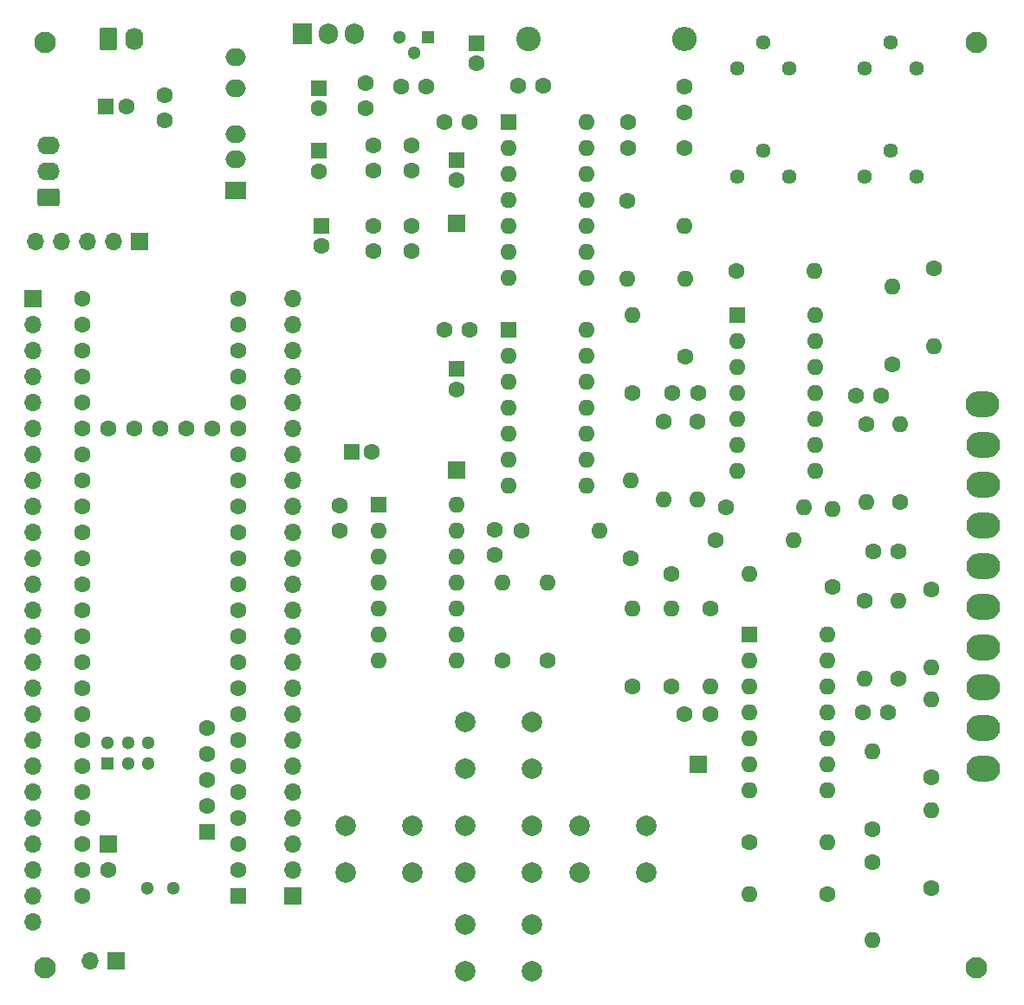
<source format=gbr>
%TF.GenerationSoftware,KiCad,Pcbnew,(6.0.1)*%
%TF.CreationDate,2022-08-30T11:37:44+02:00*%
%TF.ProjectId,vstcm V3_0FC,76737463-6d20-4563-935f-3046432e6b69,rev?*%
%TF.SameCoordinates,Original*%
%TF.FileFunction,Soldermask,Bot*%
%TF.FilePolarity,Negative*%
%FSLAX46Y46*%
G04 Gerber Fmt 4.6, Leading zero omitted, Abs format (unit mm)*
G04 Created by KiCad (PCBNEW (6.0.1)) date 2022-08-30 11:37:44*
%MOMM*%
%LPD*%
G01*
G04 APERTURE LIST*
G04 Aperture macros list*
%AMRoundRect*
0 Rectangle with rounded corners*
0 $1 Rounding radius*
0 $2 $3 $4 $5 $6 $7 $8 $9 X,Y pos of 4 corners*
0 Add a 4 corners polygon primitive as box body*
4,1,4,$2,$3,$4,$5,$6,$7,$8,$9,$2,$3,0*
0 Add four circle primitives for the rounded corners*
1,1,$1+$1,$2,$3*
1,1,$1+$1,$4,$5*
1,1,$1+$1,$6,$7*
1,1,$1+$1,$8,$9*
0 Add four rect primitives between the rounded corners*
20,1,$1+$1,$2,$3,$4,$5,0*
20,1,$1+$1,$4,$5,$6,$7,0*
20,1,$1+$1,$6,$7,$8,$9,0*
20,1,$1+$1,$8,$9,$2,$3,0*%
G04 Aperture macros list end*
%ADD10O,3.302000X2.540000*%
%ADD11R,1.600000X1.600000*%
%ADD12O,1.600000X1.600000*%
%ADD13R,1.905000X2.000000*%
%ADD14O,1.905000X2.000000*%
%ADD15C,1.600000*%
%ADD16C,2.000000*%
%ADD17C,1.440000*%
%ADD18C,2.100000*%
%ADD19R,1.700000X1.700000*%
%ADD20RoundRect,0.250000X0.845000X-0.620000X0.845000X0.620000X-0.845000X0.620000X-0.845000X-0.620000X0*%
%ADD21O,2.190000X1.740000*%
%ADD22O,1.700000X1.700000*%
%ADD23RoundRect,0.250000X-0.620000X-0.845000X0.620000X-0.845000X0.620000X0.845000X-0.620000X0.845000X0*%
%ADD24O,1.740000X2.190000*%
%ADD25R,1.300000X1.300000*%
%ADD26C,1.300000*%
%ADD27C,2.400000*%
%ADD28O,2.400000X2.400000*%
%ADD29O,2.000000X1.700000*%
%ADD30R,2.000000X1.700000*%
G04 APERTURE END LIST*
D10*
%TO.C,BL_GND1*%
X127635012Y-158496008D03*
%TD*%
D11*
%TO.C,IC4*%
X81280000Y-95250000D03*
D12*
X81280000Y-97790000D03*
X81280000Y-100330000D03*
X81280000Y-102870000D03*
X81280000Y-105410000D03*
X81280000Y-107950000D03*
X81280000Y-110490000D03*
X88900000Y-110490000D03*
X88900000Y-107950000D03*
X88900000Y-105410000D03*
X88900000Y-102870000D03*
X88900000Y-100330000D03*
X88900000Y-97790000D03*
X88900000Y-95250000D03*
%TD*%
D13*
%TO.C,U5*%
X61087000Y-86614000D03*
D14*
X63627000Y-86614000D03*
X66167000Y-86614000D03*
%TD*%
D15*
%TO.C,R15*%
X104775000Y-165735000D03*
D12*
X112395000Y-165735000D03*
%TD*%
D16*
%TO.C,SW2*%
X83514000Y-173772000D03*
X77014000Y-173772000D03*
X77014000Y-178272000D03*
X83514000Y-178272000D03*
%TD*%
D15*
%TO.C,R21*%
X122555000Y-170180000D03*
D12*
X122555000Y-162560000D03*
%TD*%
D17*
%TO.C,RV1*%
X121158000Y-100584000D03*
X118618000Y-98044000D03*
X116078000Y-100584000D03*
%TD*%
D15*
%TO.C,R4*%
X101473000Y-136144000D03*
D12*
X109093000Y-136144000D03*
%TD*%
D11*
%TO.C,C18*%
X65913000Y-127508000D03*
D15*
X67913000Y-127508000D03*
%TD*%
%TO.C,C22*%
X115189000Y-122047000D03*
X117689000Y-122047000D03*
%TD*%
%TO.C,R17*%
X122809000Y-109601000D03*
D12*
X122809000Y-117221000D03*
%TD*%
D15*
%TO.C,C12*%
X68021200Y-97525200D03*
X68021200Y-100025200D03*
%TD*%
%TO.C,R24*%
X85090000Y-147955000D03*
D12*
X85090000Y-140335000D03*
%TD*%
D16*
%TO.C,SW4*%
X94690000Y-164120000D03*
X88190000Y-164120000D03*
X94690000Y-168620000D03*
X88190000Y-168620000D03*
%TD*%
D15*
%TO.C,R11*%
X118745000Y-118999000D03*
D12*
X118745000Y-111379000D03*
%TD*%
D16*
%TO.C,SW5*%
X77014000Y-153960000D03*
X83514000Y-153960000D03*
X83514000Y-158460000D03*
X77014000Y-158460000D03*
%TD*%
D15*
%TO.C,R23*%
X93218000Y-137922000D03*
D12*
X93218000Y-130302000D03*
%TD*%
D15*
%TO.C,C2*%
X79883000Y-137628000D03*
X79883000Y-135128000D03*
%TD*%
D11*
%TO.C,IC3*%
X68580000Y-132715000D03*
D12*
X68580000Y-135255000D03*
X68580000Y-137795000D03*
X68580000Y-140335000D03*
X68580000Y-142875000D03*
X68580000Y-145415000D03*
X68580000Y-147955000D03*
X76200000Y-147955000D03*
X76200000Y-145415000D03*
X76200000Y-142875000D03*
X76200000Y-140335000D03*
X76200000Y-137795000D03*
X76200000Y-135255000D03*
X76200000Y-132715000D03*
%TD*%
D18*
%TO.C,REF03*%
X36000000Y-178000000D03*
%TD*%
D11*
%TO.C,C4*%
X41910000Y-93726000D03*
D15*
X43910000Y-93726000D03*
%TD*%
%TO.C,R8*%
X99695000Y-124587000D03*
D12*
X99695000Y-132207000D03*
%TD*%
D19*
%TO.C,TP1*%
X42164000Y-165862000D03*
%TD*%
D11*
%TO.C,C20*%
X62738000Y-91917200D03*
D15*
X62738000Y-93917200D03*
%TD*%
D20*
%TO.C,J7*%
X36342000Y-102616000D03*
D21*
X36342000Y-100076000D03*
X36342000Y-97536000D03*
%TD*%
D11*
%TO.C,IC1*%
X104775000Y-145415000D03*
D12*
X104775000Y-147955000D03*
X104775000Y-150495000D03*
X104775000Y-153035000D03*
X104775000Y-155575000D03*
X104775000Y-158115000D03*
X104775000Y-160655000D03*
X112395000Y-160655000D03*
X112395000Y-158115000D03*
X112395000Y-155575000D03*
X112395000Y-153035000D03*
X112395000Y-150495000D03*
X112395000Y-147955000D03*
X112395000Y-145415000D03*
%TD*%
D15*
%TO.C,R20*%
X122555000Y-140970000D03*
D12*
X122555000Y-148590000D03*
%TD*%
D10*
%TO.C,Y_GND1*%
X127635012Y-134721609D03*
%TD*%
D15*
%TO.C,C27*%
X82169000Y-91694000D03*
X84669000Y-91694000D03*
%TD*%
%TO.C,C7*%
X64770000Y-132735000D03*
X64770000Y-135235000D03*
%TD*%
D19*
%TO.C,J1*%
X60198000Y-170942000D03*
D22*
X60198000Y-168402000D03*
X60198000Y-165862000D03*
X60198000Y-163322000D03*
X60198000Y-160782000D03*
X60198000Y-158242000D03*
X60198000Y-155702000D03*
X60198000Y-153162000D03*
X60198000Y-150622000D03*
X60198000Y-148082000D03*
X60198000Y-145542000D03*
X60198000Y-143002000D03*
X60198000Y-140462000D03*
X60198000Y-137922000D03*
X60198000Y-135382000D03*
X60198000Y-132842000D03*
X60198000Y-130302000D03*
X60198000Y-127762000D03*
X60198000Y-125222000D03*
X60198000Y-122682000D03*
X60198000Y-120142000D03*
X60198000Y-117602000D03*
X60198000Y-115062000D03*
X60198000Y-112522000D03*
%TD*%
D19*
%TO.C,J9*%
X42931000Y-177292000D03*
D22*
X40391000Y-177292000D03*
%TD*%
D15*
%TO.C,C24*%
X115864000Y-153035000D03*
X118364000Y-153035000D03*
%TD*%
D10*
%TO.C,RE_SIG1*%
X127635012Y-138684009D03*
%TD*%
D15*
%TO.C,R1*%
X102489000Y-132969000D03*
D12*
X110109000Y-132969000D03*
%TD*%
D11*
%TO.C,C5*%
X78105000Y-87535000D03*
D15*
X78105000Y-89535000D03*
%TD*%
%TO.C,C3*%
X47625000Y-92623000D03*
X47625000Y-95123000D03*
%TD*%
D23*
%TO.C,J6*%
X42164000Y-87122000D03*
D24*
X44704000Y-87122000D03*
%TD*%
D15*
%TO.C,R27*%
X119380000Y-149733000D03*
D12*
X119380000Y-142113000D03*
%TD*%
D15*
%TO.C,R19*%
X122555000Y-159385000D03*
D12*
X122555000Y-151765000D03*
%TD*%
D15*
%TO.C,R29*%
X112395000Y-170815000D03*
D12*
X104775000Y-170815000D03*
%TD*%
D10*
%TO.C,RE_GND1*%
X127635012Y-142646408D03*
%TD*%
D15*
%TO.C,R7*%
X112903000Y-140716000D03*
D12*
X112903000Y-133096000D03*
%TD*%
D25*
%TO.C,U3*%
X73406000Y-86995000D03*
D26*
X72009000Y-88519000D03*
X70612000Y-86995000D03*
%TD*%
D15*
%TO.C,R22*%
X97155000Y-150495000D03*
D12*
X97155000Y-142875000D03*
%TD*%
D19*
%TO.C,TP3*%
X76200000Y-105156000D03*
%TD*%
D18*
%TO.C,REF02*%
X127000000Y-87500000D03*
%TD*%
D15*
%TO.C,R31*%
X116078000Y-142113000D03*
D12*
X116078000Y-149733000D03*
%TD*%
D15*
%TO.C,R5*%
X98552000Y-118237000D03*
D12*
X98552000Y-110617000D03*
%TD*%
D15*
%TO.C,C1*%
X70739000Y-91821000D03*
X73239000Y-91821000D03*
%TD*%
%TO.C,R25*%
X116205000Y-124841000D03*
D12*
X116205000Y-132461000D03*
%TD*%
D15*
%TO.C,R14*%
X80645000Y-147955000D03*
D12*
X80645000Y-140335000D03*
%TD*%
D15*
%TO.C,R3*%
X119507000Y-132461000D03*
D12*
X119507000Y-124841000D03*
%TD*%
D17*
%TO.C,RV4*%
X108712000Y-90043000D03*
X106172000Y-87503000D03*
X103632000Y-90043000D03*
%TD*%
D11*
%TO.C,C10*%
X62687200Y-98074088D03*
D15*
X62687200Y-100074088D03*
%TD*%
%TO.C,C17*%
X77470000Y-95250000D03*
X74970000Y-95250000D03*
%TD*%
D10*
%TO.C,Y_SIG1*%
X127635012Y-130759208D03*
%TD*%
D19*
%TO.C,J8*%
X76200000Y-129286000D03*
%TD*%
D15*
%TO.C,C23*%
X100965000Y-153162000D03*
X98465000Y-153162000D03*
%TD*%
%TO.C,R13*%
X93345000Y-121793000D03*
D12*
X93345000Y-114173000D03*
%TD*%
D15*
%TO.C,R16*%
X116840000Y-164465000D03*
D12*
X116840000Y-156845000D03*
%TD*%
D11*
%TO.C,IC6*%
X103632000Y-114173000D03*
D12*
X103632000Y-116713000D03*
X103632000Y-119253000D03*
X103632000Y-121793000D03*
X103632000Y-124333000D03*
X103632000Y-126873000D03*
X103632000Y-129413000D03*
X111252000Y-129413000D03*
X111252000Y-126873000D03*
X111252000Y-124333000D03*
X111252000Y-121793000D03*
X111252000Y-119253000D03*
X111252000Y-116713000D03*
X111252000Y-114173000D03*
%TD*%
D16*
%TO.C,SW1*%
X71830000Y-164120000D03*
X65330000Y-164120000D03*
X65330000Y-168620000D03*
X71830000Y-168620000D03*
%TD*%
D10*
%TO.C,BL_SIG1*%
X127635000Y-154533609D03*
%TD*%
D15*
%TO.C,R26*%
X96393000Y-124587000D03*
D12*
X96393000Y-132207000D03*
%TD*%
D10*
%TO.C,GR_SIG1*%
X127635000Y-146608809D03*
%TD*%
D11*
%TO.C,IC5*%
X81280000Y-115570000D03*
D12*
X81280000Y-118110000D03*
X81280000Y-120650000D03*
X81280000Y-123190000D03*
X81280000Y-125730000D03*
X81280000Y-128270000D03*
X81280000Y-130810000D03*
X88900000Y-130810000D03*
X88900000Y-128270000D03*
X88900000Y-125730000D03*
X88900000Y-123190000D03*
X88900000Y-120650000D03*
X88900000Y-118110000D03*
X88900000Y-115570000D03*
%TD*%
D15*
%TO.C,R18*%
X103505000Y-109855000D03*
D12*
X111125000Y-109855000D03*
%TD*%
D19*
%TO.C,J3*%
X34798000Y-112522000D03*
D22*
X34798000Y-115062000D03*
X34798000Y-117602000D03*
X34798000Y-120142000D03*
X34798000Y-122682000D03*
X34798000Y-125222000D03*
X34798000Y-127762000D03*
X34798000Y-130302000D03*
X34798000Y-132842000D03*
X34798000Y-135382000D03*
X34798000Y-137922000D03*
X34798000Y-140462000D03*
X34798000Y-143002000D03*
X34798000Y-145542000D03*
X34798000Y-148082000D03*
X34798000Y-150622000D03*
X34798000Y-153162000D03*
X34798000Y-155702000D03*
X34798000Y-158242000D03*
X34798000Y-160782000D03*
X34798000Y-163322000D03*
X34798000Y-165862000D03*
X34798000Y-168402000D03*
X34798000Y-170942000D03*
X34798000Y-173482000D03*
%TD*%
D17*
%TO.C,RV3*%
X121158000Y-90043000D03*
X118618000Y-87503000D03*
X116078000Y-90043000D03*
%TD*%
D15*
%TO.C,R28*%
X93345000Y-150495000D03*
D12*
X93345000Y-142875000D03*
%TD*%
D17*
%TO.C,RV2*%
X108712000Y-100584000D03*
X106172000Y-98044000D03*
X103632000Y-100584000D03*
%TD*%
D15*
%TO.C,R9*%
X98425000Y-97790000D03*
D12*
X98425000Y-105410000D03*
%TD*%
D27*
%TO.C,L1*%
X83185000Y-87122000D03*
D28*
X98425000Y-87122000D03*
%TD*%
D11*
%TO.C,U1*%
X54864000Y-170942000D03*
D15*
X54864000Y-168402000D03*
X54864000Y-165862000D03*
X54864000Y-163322000D03*
X54864000Y-160782000D03*
X54864000Y-158242000D03*
X54864000Y-155702000D03*
X54864000Y-153162000D03*
X54864000Y-150622000D03*
X54864000Y-148082000D03*
X54864000Y-145542000D03*
X54864000Y-143002000D03*
X54864000Y-140462000D03*
X54864000Y-137922000D03*
X54864000Y-135382000D03*
X54864000Y-132842000D03*
X54864000Y-130302000D03*
X54864000Y-127762000D03*
X54864000Y-125222000D03*
X54864000Y-122682000D03*
X54864000Y-120142000D03*
X54864000Y-117602000D03*
X54864000Y-115062000D03*
X54864000Y-112522000D03*
X39624000Y-112522000D03*
X39624000Y-115062000D03*
X39624000Y-117602000D03*
X39624000Y-120142000D03*
X39624000Y-122682000D03*
X39624000Y-125222000D03*
X39624000Y-127762000D03*
X39624000Y-130302000D03*
X39624000Y-132842000D03*
X39624000Y-135382000D03*
X39624000Y-137922000D03*
X39624000Y-140462000D03*
X39624000Y-143002000D03*
X39624000Y-145542000D03*
X39624000Y-148082000D03*
X39624000Y-150622000D03*
X39624000Y-153162000D03*
X39624000Y-155702000D03*
X39624000Y-158242000D03*
X39624000Y-160782000D03*
X39624000Y-163322000D03*
X39624000Y-165862000D03*
X39624000Y-168402000D03*
X39624000Y-170942000D03*
X42164000Y-168402000D03*
X52324000Y-125222000D03*
X49784000Y-125222000D03*
X47244000Y-125222000D03*
X44704000Y-125222000D03*
X42164000Y-125222000D03*
D11*
X51813200Y-164642800D03*
D15*
X51813200Y-162102800D03*
X51813200Y-159562800D03*
X51813200Y-157022800D03*
X51813200Y-154482800D03*
D25*
X42062400Y-157972000D03*
D26*
X44062400Y-157972000D03*
X46062400Y-157972000D03*
X46062400Y-155972000D03*
X44062400Y-155972000D03*
X42062400Y-155972000D03*
X45974000Y-170212000D03*
X48514000Y-170212000D03*
%TD*%
D11*
%TO.C,C15*%
X76200000Y-98965000D03*
D15*
X76200000Y-100965000D03*
%TD*%
D16*
%TO.C,SW3*%
X77014000Y-164120000D03*
X83514000Y-164120000D03*
X77014000Y-168620000D03*
X83514000Y-168620000D03*
%TD*%
D15*
%TO.C,C21*%
X99782000Y-121793000D03*
X97282000Y-121793000D03*
%TD*%
D19*
%TO.C,TP2*%
X99822000Y-158115000D03*
%TD*%
D15*
%TO.C,C19*%
X67310000Y-91440000D03*
X67310000Y-93940000D03*
%TD*%
%TO.C,R30*%
X116840000Y-167640000D03*
D12*
X116840000Y-175260000D03*
%TD*%
D15*
%TO.C,C26*%
X119380000Y-137287000D03*
X116880000Y-137287000D03*
%TD*%
%TO.C,R6*%
X97155000Y-139446000D03*
D12*
X104775000Y-139446000D03*
%TD*%
D15*
%TO.C,C13*%
X71755000Y-105379200D03*
X71755000Y-107879200D03*
%TD*%
%TO.C,C6*%
X98425000Y-91821000D03*
X98425000Y-94321000D03*
%TD*%
%TO.C,C8*%
X77470000Y-115570000D03*
X74970000Y-115570000D03*
%TD*%
%TO.C,R12*%
X100965000Y-142875000D03*
D12*
X100965000Y-150495000D03*
%TD*%
D18*
%TO.C,REF01*%
X36000000Y-87500000D03*
%TD*%
D29*
%TO.C,IC2*%
X54610000Y-88900000D03*
X54610000Y-91948000D03*
X54610000Y-96473000D03*
X54610000Y-98926000D03*
D30*
X54610000Y-101974000D03*
%TD*%
D15*
%TO.C,C25*%
X92964000Y-97790000D03*
X92964000Y-95290000D03*
%TD*%
%TO.C,C11*%
X68021200Y-105379200D03*
X68021200Y-107879200D03*
%TD*%
%TO.C,C14*%
X71755000Y-97525200D03*
X71755000Y-100025200D03*
%TD*%
%TO.C,R10*%
X82550000Y-135255000D03*
D12*
X90170000Y-135255000D03*
%TD*%
D11*
%TO.C,C16*%
X76200000Y-119380000D03*
D15*
X76200000Y-121380000D03*
%TD*%
%TO.C,R2*%
X92837000Y-102997000D03*
D12*
X92837000Y-110617000D03*
%TD*%
D19*
%TO.C,J2*%
X45212000Y-106934000D03*
D22*
X42672000Y-106934000D03*
X40132000Y-106934000D03*
X37592000Y-106934000D03*
X35052000Y-106934000D03*
%TD*%
D18*
%TO.C,REF04*%
X127000000Y-178000000D03*
%TD*%
D10*
%TO.C,X_SIG1*%
X127558812Y-122834408D03*
%TD*%
%TO.C,GR_GND1*%
X127635012Y-150571208D03*
%TD*%
D11*
%TO.C,C9*%
X62941200Y-105379200D03*
D15*
X62941200Y-107379200D03*
%TD*%
D10*
%TO.C,X_GND1*%
X127635012Y-126796809D03*
%TD*%
M02*

</source>
